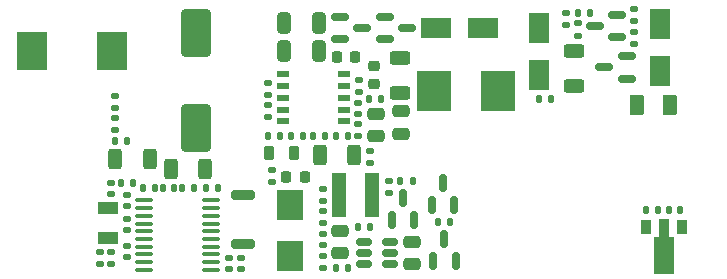
<source format=gtp>
%TF.GenerationSoftware,KiCad,Pcbnew,(6.0.5)*%
%TF.CreationDate,2022-05-29T19:21:05+02:00*%
%TF.ProjectId,SolarCamPiV2,536f6c61-7243-4616-9d50-6956322e6b69,rev?*%
%TF.SameCoordinates,Original*%
%TF.FileFunction,Paste,Top*%
%TF.FilePolarity,Positive*%
%FSLAX46Y46*%
G04 Gerber Fmt 4.6, Leading zero omitted, Abs format (unit mm)*
G04 Created by KiCad (PCBNEW (6.0.5)) date 2022-05-29 19:21:05*
%MOMM*%
%LPD*%
G01*
G04 APERTURE LIST*
G04 Aperture macros list*
%AMRoundRect*
0 Rectangle with rounded corners*
0 $1 Rounding radius*
0 $2 $3 $4 $5 $6 $7 $8 $9 X,Y pos of 4 corners*
0 Add a 4 corners polygon primitive as box body*
4,1,4,$2,$3,$4,$5,$6,$7,$8,$9,$2,$3,0*
0 Add four circle primitives for the rounded corners*
1,1,$1+$1,$2,$3*
1,1,$1+$1,$4,$5*
1,1,$1+$1,$6,$7*
1,1,$1+$1,$8,$9*
0 Add four rect primitives between the rounded corners*
20,1,$1+$1,$2,$3,$4,$5,0*
20,1,$1+$1,$4,$5,$6,$7,0*
20,1,$1+$1,$6,$7,$8,$9,0*
20,1,$1+$1,$8,$9,$2,$3,0*%
%AMFreePoly0*
4,1,9,3.862500,-0.866500,0.737500,-0.866500,0.737500,-0.450000,-0.737500,-0.450000,-0.737500,0.450000,0.737500,0.450000,0.737500,0.866500,3.862500,0.866500,3.862500,-0.866500,3.862500,-0.866500,$1*%
G04 Aperture macros list end*
%ADD10RoundRect,0.140000X-0.170000X0.140000X-0.170000X-0.140000X0.170000X-0.140000X0.170000X0.140000X0*%
%ADD11RoundRect,0.250000X0.475000X-0.250000X0.475000X0.250000X-0.475000X0.250000X-0.475000X-0.250000X0*%
%ADD12RoundRect,0.140000X0.170000X-0.140000X0.170000X0.140000X-0.170000X0.140000X-0.170000X-0.140000X0*%
%ADD13RoundRect,0.135000X0.185000X-0.135000X0.185000X0.135000X-0.185000X0.135000X-0.185000X-0.135000X0*%
%ADD14R,2.500000X3.300000*%
%ADD15R,1.200000X3.700000*%
%ADD16RoundRect,0.250000X-0.312500X-0.625000X0.312500X-0.625000X0.312500X0.625000X-0.312500X0.625000X0*%
%ADD17RoundRect,0.135000X-0.185000X0.135000X-0.185000X-0.135000X0.185000X-0.135000X0.185000X0.135000X0*%
%ADD18RoundRect,0.250000X0.312500X0.625000X-0.312500X0.625000X-0.312500X-0.625000X0.312500X-0.625000X0*%
%ADD19RoundRect,0.135000X0.135000X0.185000X-0.135000X0.185000X-0.135000X-0.185000X0.135000X-0.185000X0*%
%ADD20RoundRect,0.140000X-0.140000X-0.170000X0.140000X-0.170000X0.140000X0.170000X-0.140000X0.170000X0*%
%ADD21R,1.800000X2.500000*%
%ADD22R,2.500000X1.800000*%
%ADD23RoundRect,0.135000X-0.135000X-0.185000X0.135000X-0.185000X0.135000X0.185000X-0.135000X0.185000X0*%
%ADD24RoundRect,0.100000X-0.637500X-0.100000X0.637500X-0.100000X0.637500X0.100000X-0.637500X0.100000X0*%
%ADD25RoundRect,0.225000X0.250000X-0.225000X0.250000X0.225000X-0.250000X0.225000X-0.250000X-0.225000X0*%
%ADD26RoundRect,0.250000X1.000000X-1.750000X1.000000X1.750000X-1.000000X1.750000X-1.000000X-1.750000X0*%
%ADD27RoundRect,0.150000X0.150000X-0.587500X0.150000X0.587500X-0.150000X0.587500X-0.150000X-0.587500X0*%
%ADD28R,0.900000X1.300000*%
%ADD29FreePoly0,270.000000*%
%ADD30RoundRect,0.225000X0.225000X0.250000X-0.225000X0.250000X-0.225000X-0.250000X0.225000X-0.250000X0*%
%ADD31RoundRect,0.200000X-0.800000X0.200000X-0.800000X-0.200000X0.800000X-0.200000X0.800000X0.200000X0*%
%ADD32R,1.100000X0.510000*%
%ADD33RoundRect,0.218750X0.218750X0.256250X-0.218750X0.256250X-0.218750X-0.256250X0.218750X-0.256250X0*%
%ADD34RoundRect,0.250000X0.375000X0.625000X-0.375000X0.625000X-0.375000X-0.625000X0.375000X-0.625000X0*%
%ADD35RoundRect,0.218750X0.218750X0.381250X-0.218750X0.381250X-0.218750X-0.381250X0.218750X-0.381250X0*%
%ADD36R,2.300000X2.500000*%
%ADD37RoundRect,0.150000X-0.512500X-0.150000X0.512500X-0.150000X0.512500X0.150000X-0.512500X0.150000X0*%
%ADD38RoundRect,0.250000X-0.625000X0.312500X-0.625000X-0.312500X0.625000X-0.312500X0.625000X0.312500X0*%
%ADD39RoundRect,0.250000X-0.325000X-0.650000X0.325000X-0.650000X0.325000X0.650000X-0.325000X0.650000X0*%
%ADD40RoundRect,0.140000X0.140000X0.170000X-0.140000X0.170000X-0.140000X-0.170000X0.140000X-0.170000X0*%
%ADD41R,1.800000X1.000000*%
%ADD42RoundRect,0.150000X-0.587500X-0.150000X0.587500X-0.150000X0.587500X0.150000X-0.587500X0.150000X0*%
%ADD43RoundRect,0.150000X0.587500X0.150000X-0.587500X0.150000X-0.587500X-0.150000X0.587500X-0.150000X0*%
%ADD44R,2.950000X3.500000*%
%ADD45RoundRect,0.250000X-0.475000X0.250000X-0.475000X-0.250000X0.475000X-0.250000X0.475000X0.250000X0*%
%ADD46RoundRect,0.250000X0.625000X-0.312500X0.625000X0.312500X-0.625000X0.312500X-0.625000X-0.312500X0*%
G04 APERTURE END LIST*
D10*
%TO.C,C19*%
X126400000Y-125920000D03*
X126400000Y-126880000D03*
%TD*%
D11*
%TO.C,C8*%
X130918820Y-117631320D03*
X130918820Y-115731320D03*
%TD*%
D10*
%TO.C,C10*%
X108500000Y-127470000D03*
X108500000Y-128430000D03*
%TD*%
D12*
%TO.C,C22*%
X109800000Y-123560000D03*
X109800000Y-122600000D03*
%TD*%
D13*
%TO.C,R17*%
X122100000Y-121510000D03*
X122100000Y-120490000D03*
%TD*%
D14*
%TO.C,D6*%
X101799999Y-110400000D03*
X108599999Y-110400000D03*
%TD*%
D15*
%TO.C,L2*%
X130600000Y-122600000D03*
X127800000Y-122600000D03*
%TD*%
D16*
%TO.C,R13*%
X108837500Y-119600000D03*
X111762500Y-119600000D03*
%TD*%
D17*
%TO.C,R9*%
X126400000Y-122090000D03*
X126400000Y-123110000D03*
%TD*%
D18*
%TO.C,R8*%
X129062500Y-119200000D03*
X126137500Y-119200000D03*
%TD*%
D19*
%TO.C,R14*%
X131360000Y-114450000D03*
X130340000Y-114450000D03*
%TD*%
D20*
%TO.C,C21*%
X111220000Y-122000000D03*
X112180000Y-122000000D03*
%TD*%
D17*
%TO.C,R33*%
X147000000Y-107190000D03*
X147000000Y-108210000D03*
%TD*%
D13*
%TO.C,R34*%
X148000000Y-109110000D03*
X148000000Y-108090000D03*
%TD*%
D21*
%TO.C,D7*%
X155000000Y-112100000D03*
X155000000Y-108100000D03*
%TD*%
%TO.C,D2*%
X144718820Y-108481320D03*
X144718820Y-112481320D03*
%TD*%
D22*
%TO.C,D1*%
X140018820Y-108481320D03*
X136018820Y-108481320D03*
%TD*%
D17*
%TO.C,R30*%
X152800000Y-108800000D03*
X152800000Y-109820000D03*
%TD*%
D23*
%TO.C,R24*%
X144690000Y-114525000D03*
X145710000Y-114525000D03*
%TD*%
D11*
%TO.C,C15*%
X134000000Y-128450000D03*
X134000000Y-126550000D03*
%TD*%
D24*
%TO.C,U4*%
X111237500Y-123075000D03*
X111237500Y-123725000D03*
X111237500Y-124375000D03*
X111237500Y-125025000D03*
X111237500Y-125675000D03*
X111237500Y-126325000D03*
X111237500Y-126975000D03*
X111237500Y-127625000D03*
X111237500Y-128275000D03*
X111237500Y-128925000D03*
X116962500Y-128925000D03*
X116962500Y-128275000D03*
X116962500Y-127625000D03*
X116962500Y-126975000D03*
X116962500Y-126325000D03*
X116962500Y-125675000D03*
X116962500Y-125025000D03*
X116962500Y-124375000D03*
X116962500Y-123725000D03*
X116962500Y-123075000D03*
%TD*%
D25*
%TO.C,C4*%
X130750000Y-113225000D03*
X130750000Y-111675000D03*
%TD*%
D17*
%TO.C,R20*%
X108800000Y-116090000D03*
X108800000Y-117110000D03*
%TD*%
D26*
%TO.C,C26*%
X115700000Y-116932500D03*
X115700000Y-108932500D03*
%TD*%
D27*
%TO.C,Q4*%
X132250000Y-124737500D03*
X134150000Y-124737500D03*
X133200000Y-122862500D03*
%TD*%
D19*
%TO.C,R22*%
X117535000Y-122000000D03*
X116515000Y-122000000D03*
%TD*%
D10*
%TO.C,C7*%
X129418820Y-114820000D03*
X129418820Y-115780000D03*
%TD*%
D13*
%TO.C,R23*%
X130425000Y-119885000D03*
X130425000Y-118865000D03*
%TD*%
D28*
%TO.C,U2*%
X156800000Y-125350000D03*
D29*
X155300000Y-125437500D03*
D28*
X153800000Y-125350000D03*
%TD*%
D17*
%TO.C,R29*%
X132025000Y-121389769D03*
X132025000Y-122409769D03*
%TD*%
D23*
%TO.C,R28*%
X127490000Y-128800000D03*
X128510000Y-128800000D03*
%TD*%
D20*
%TO.C,C6*%
X123738820Y-117581320D03*
X124698820Y-117581320D03*
%TD*%
D18*
%TO.C,R6*%
X116462500Y-120400000D03*
X113537500Y-120400000D03*
%TD*%
D17*
%TO.C,R19*%
X108800000Y-114190000D03*
X108800000Y-115210000D03*
%TD*%
D12*
%TO.C,C13*%
X119500000Y-128880000D03*
X119500000Y-127920000D03*
%TD*%
D23*
%TO.C,R25*%
X132990000Y-121400000D03*
X134010000Y-121400000D03*
%TD*%
D13*
%TO.C,R3*%
X121750000Y-116035000D03*
X121750000Y-115015000D03*
%TD*%
D30*
%TO.C,C5*%
X129175000Y-110900000D03*
X127625000Y-110900000D03*
%TD*%
D31*
%TO.C,SW1*%
X119700000Y-122600000D03*
X119700000Y-126800000D03*
%TD*%
D10*
%TO.C,C20*%
X107550000Y-127470000D03*
X107550000Y-128430000D03*
%TD*%
D27*
%TO.C,D3*%
X135750000Y-128237500D03*
X137650000Y-128237500D03*
X136700000Y-126362500D03*
%TD*%
D23*
%TO.C,R21*%
X108790000Y-118000000D03*
X109810000Y-118000000D03*
%TD*%
D32*
%TO.C,U1*%
X123068820Y-112381320D03*
X123068820Y-113381320D03*
X123068820Y-114381320D03*
X123068820Y-115381320D03*
X123068820Y-116381320D03*
X128168820Y-116381320D03*
X128168820Y-115381320D03*
X128168820Y-114381320D03*
X128168820Y-113381320D03*
X128168820Y-112381320D03*
%TD*%
D33*
%TO.C,D5*%
X124887500Y-121100000D03*
X123312500Y-121100000D03*
%TD*%
D34*
%TO.C,F1*%
X155850000Y-115025000D03*
X153050000Y-115025000D03*
%TD*%
D13*
%TO.C,R4*%
X121750000Y-114110000D03*
X121750000Y-113090000D03*
%TD*%
D12*
%TO.C,C3*%
X129418820Y-117580000D03*
X129418820Y-116620000D03*
%TD*%
D11*
%TO.C,C9*%
X133018820Y-117431320D03*
X133018820Y-115531320D03*
%TD*%
D35*
%TO.C,FB1*%
X124012499Y-119050000D03*
X121887499Y-119050000D03*
%TD*%
D17*
%TO.C,R7*%
X126400000Y-123990000D03*
X126400000Y-125010000D03*
%TD*%
D36*
%TO.C,D4*%
X123600000Y-123450000D03*
X123600000Y-127750000D03*
%TD*%
D23*
%TO.C,R5*%
X109340000Y-121600000D03*
X110360000Y-121600000D03*
%TD*%
D37*
%TO.C,U3*%
X129862500Y-126550000D03*
X129862500Y-127500000D03*
X129862500Y-128450000D03*
X132137500Y-128450000D03*
X132137500Y-127500000D03*
X132137500Y-126550000D03*
%TD*%
D19*
%TO.C,R10*%
X115535000Y-122000000D03*
X114515000Y-122000000D03*
%TD*%
D38*
%TO.C,R15*%
X132918820Y-111018820D03*
X132918820Y-113943820D03*
%TD*%
D39*
%TO.C,C1*%
X123106320Y-108081320D03*
X126056320Y-108081320D03*
%TD*%
D40*
%TO.C,C14*%
X156680000Y-123900000D03*
X155720000Y-123900000D03*
%TD*%
D39*
%TO.C,C2*%
X123106320Y-110381320D03*
X126056320Y-110381320D03*
%TD*%
D10*
%TO.C,C24*%
X109800000Y-124620000D03*
X109800000Y-125580000D03*
%TD*%
D41*
%TO.C,Y1*%
X108200000Y-126250000D03*
X108200000Y-123750000D03*
%TD*%
D23*
%TO.C,R2*%
X127508820Y-117581320D03*
X128528820Y-117581320D03*
%TD*%
D20*
%TO.C,C17*%
X129420000Y-125300000D03*
X130380000Y-125300000D03*
%TD*%
D23*
%TO.C,R1*%
X125608820Y-117581320D03*
X126628820Y-117581320D03*
%TD*%
D40*
%TO.C,C16*%
X154780000Y-123900000D03*
X153820000Y-123900000D03*
%TD*%
D17*
%TO.C,R27*%
X126400000Y-127790000D03*
X126400000Y-128810000D03*
%TD*%
D42*
%TO.C,Q2*%
X127881320Y-107531320D03*
X127881320Y-109431320D03*
X129756320Y-108481320D03*
%TD*%
D43*
%TO.C,Q6*%
X151337500Y-109250000D03*
X151337500Y-107350000D03*
X149462500Y-108300000D03*
%TD*%
D23*
%TO.C,R26*%
X136190000Y-124900000D03*
X137210000Y-124900000D03*
%TD*%
D20*
%TO.C,C25*%
X112870000Y-122000000D03*
X113830000Y-122000000D03*
%TD*%
D23*
%TO.C,R11*%
X121808820Y-117581320D03*
X122828820Y-117581320D03*
%TD*%
D12*
%TO.C,C23*%
X108450000Y-122530000D03*
X108450000Y-121570000D03*
%TD*%
D44*
%TO.C,L1*%
X141268820Y-113781320D03*
X135818820Y-113781320D03*
%TD*%
D45*
%TO.C,C18*%
X127900000Y-125650000D03*
X127900000Y-127550000D03*
%TD*%
D42*
%TO.C,Q1*%
X131681320Y-107531320D03*
X131681320Y-109431320D03*
X133556320Y-108481320D03*
%TD*%
D27*
%TO.C,Q3*%
X135650000Y-123437500D03*
X137550000Y-123437500D03*
X136600000Y-121562500D03*
%TD*%
D43*
%TO.C,Q5*%
X152137500Y-112750000D03*
X152137500Y-110850000D03*
X150262500Y-111800000D03*
%TD*%
D12*
%TO.C,C11*%
X109800000Y-127880000D03*
X109800000Y-126920000D03*
%TD*%
D19*
%TO.C,R32*%
X149010000Y-107200000D03*
X147990000Y-107200000D03*
%TD*%
D10*
%TO.C,C12*%
X118500000Y-127920000D03*
X118500000Y-128880000D03*
%TD*%
D13*
%TO.C,R31*%
X152800000Y-107920000D03*
X152800000Y-106900000D03*
%TD*%
%TO.C,R12*%
X129450000Y-113910000D03*
X129450000Y-112890000D03*
%TD*%
D46*
%TO.C,R16*%
X147700000Y-113362500D03*
X147700000Y-110437500D03*
%TD*%
M02*

</source>
